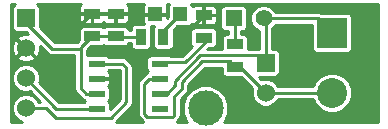
<source format=gtl>
G04 (created by PCBNEW (2013-07-07 BZR 4022)-stable) date 25/02/2014 10:24:33*
%MOIN*%
G04 Gerber Fmt 3.4, Leading zero omitted, Abs format*
%FSLAX34Y34*%
G01*
G70*
G90*
G04 APERTURE LIST*
%ADD10C,0.00590551*%
%ADD11R,0.055X0.035*%
%ADD12R,0.035X0.055*%
%ADD13R,0.06X0.06*%
%ADD14C,0.06*%
%ADD15R,0.0551X0.0236*%
%ADD16C,0.11811*%
%ADD17R,0.0472X0.0472*%
%ADD18R,0.055X0.055*%
%ADD19C,0.055*%
%ADD20R,0.1X0.1*%
%ADD21C,0.1*%
%ADD22C,0.035*%
%ADD23C,0.01*%
%ADD24C,0.00984252*%
G04 APERTURE END LIST*
G54D10*
G54D11*
X56740Y-70525D03*
X56740Y-71275D03*
X55960Y-71275D03*
X55960Y-70525D03*
G54D12*
X58335Y-71300D03*
X57585Y-71300D03*
G54D11*
X59675Y-71325D03*
X59675Y-70575D03*
G54D13*
X53750Y-70675D03*
G54D14*
X53750Y-71675D03*
X53750Y-72675D03*
X53750Y-73675D03*
G54D13*
X61740Y-72160D03*
G54D14*
X61740Y-73160D03*
G54D15*
X58210Y-72190D03*
X56110Y-72190D03*
X58210Y-72690D03*
X58210Y-73190D03*
X58210Y-73690D03*
X56110Y-72690D03*
X56110Y-73190D03*
X56110Y-73690D03*
G54D11*
X60720Y-71545D03*
X60720Y-72295D03*
G54D16*
X59740Y-73680D03*
G54D17*
X58888Y-70550D03*
X58062Y-70550D03*
G54D18*
X60675Y-70675D03*
G54D19*
X61675Y-70675D03*
G54D20*
X63960Y-71160D03*
G54D21*
X63960Y-73160D03*
G54D22*
X58940Y-71320D03*
X55260Y-71200D03*
X56780Y-72660D03*
G54D23*
X57585Y-71300D02*
X56765Y-71300D01*
X56765Y-71300D02*
X56740Y-71275D01*
X55960Y-71275D02*
X56740Y-71275D01*
X55580Y-71700D02*
X55580Y-71655D01*
X55580Y-71655D02*
X55960Y-71275D01*
X56110Y-73190D02*
X55750Y-73190D01*
X55580Y-73020D02*
X55580Y-71700D01*
X55750Y-73190D02*
X55580Y-73020D01*
X53750Y-70675D02*
X53750Y-70825D01*
X54625Y-71700D02*
X55580Y-71700D01*
X53750Y-70825D02*
X54625Y-71700D01*
X58940Y-72880D02*
X58940Y-72800D01*
X58700Y-73280D02*
X58940Y-73040D01*
X58940Y-73040D02*
X58940Y-72880D01*
X58210Y-72690D02*
X57870Y-72690D01*
X57700Y-72860D02*
X57870Y-72690D01*
X57700Y-73860D02*
X57700Y-72860D01*
X57800Y-73960D02*
X57700Y-73860D01*
X58640Y-73960D02*
X57800Y-73960D01*
X58700Y-73900D02*
X58640Y-73960D01*
X58700Y-73900D02*
X58700Y-73280D01*
X60545Y-72120D02*
X60720Y-72295D01*
X59620Y-72120D02*
X60545Y-72120D01*
X58940Y-72800D02*
X59620Y-72120D01*
X60720Y-72295D02*
X60875Y-72295D01*
X60875Y-72295D02*
X61740Y-73160D01*
X61740Y-73160D02*
X63940Y-73160D01*
X63940Y-73160D02*
X63950Y-73150D01*
X58210Y-73190D02*
X58450Y-73190D01*
X61500Y-71920D02*
X61740Y-72160D01*
X59560Y-71920D02*
X61500Y-71920D01*
X58720Y-72760D02*
X59560Y-71920D01*
X58720Y-72920D02*
X58720Y-72760D01*
X58450Y-73190D02*
X58720Y-72920D01*
X61675Y-70675D02*
X63475Y-70675D01*
X63475Y-70675D02*
X63950Y-71150D01*
X61740Y-72160D02*
X61740Y-70740D01*
X61740Y-70740D02*
X61675Y-70675D01*
X56110Y-73690D02*
X54765Y-73690D01*
X54765Y-73690D02*
X53750Y-72675D01*
X53750Y-73675D02*
X54435Y-73675D01*
X56970Y-72190D02*
X56110Y-72190D01*
X57100Y-72320D02*
X56970Y-72190D01*
X57100Y-73480D02*
X57100Y-72320D01*
X56580Y-74000D02*
X57100Y-73480D01*
X54760Y-74000D02*
X56580Y-74000D01*
X54435Y-73675D02*
X54760Y-74000D01*
X59675Y-70575D02*
X59675Y-70585D01*
X59675Y-70585D02*
X58940Y-71320D01*
X55960Y-70525D02*
X55935Y-70525D01*
X55935Y-70525D02*
X55260Y-71200D01*
X56110Y-72690D02*
X56750Y-72690D01*
X56750Y-72690D02*
X56780Y-72660D01*
X56475Y-70500D02*
X56450Y-70500D01*
X56450Y-70500D02*
X57225Y-70500D01*
X57225Y-70500D02*
X57275Y-70550D01*
X57275Y-70550D02*
X57275Y-70525D01*
X57275Y-70525D02*
X57275Y-70550D01*
X57275Y-70550D02*
X58037Y-70550D01*
X58335Y-71300D02*
X58335Y-71103D01*
X58335Y-71103D02*
X58888Y-70550D01*
X60720Y-71545D02*
X60720Y-70720D01*
X60720Y-70720D02*
X60675Y-70675D01*
X60650Y-70675D02*
X60675Y-70675D01*
X58640Y-72150D02*
X58250Y-72150D01*
X58250Y-72150D02*
X58210Y-72190D01*
X58625Y-72150D02*
X58640Y-72150D01*
X58640Y-72150D02*
X59050Y-72150D01*
X59875Y-71325D02*
X59875Y-71325D01*
X59050Y-72150D02*
X59875Y-71325D01*
X59675Y-71350D02*
X59650Y-71350D01*
G54D10*
G36*
X55729Y-73440D02*
X55697Y-73472D01*
X54855Y-73472D01*
X54197Y-72815D01*
X54217Y-72768D01*
X54217Y-72582D01*
X54146Y-72410D01*
X54050Y-72314D01*
X54050Y-71989D01*
X53750Y-71688D01*
X53736Y-71702D01*
X53736Y-71675D01*
X53435Y-71374D01*
X53358Y-71402D01*
X53284Y-71573D01*
X53281Y-71759D01*
X53348Y-71932D01*
X53358Y-71947D01*
X53435Y-71975D01*
X53736Y-71675D01*
X53736Y-71702D01*
X53449Y-71989D01*
X53477Y-72066D01*
X53648Y-72140D01*
X53834Y-72143D01*
X54007Y-72076D01*
X54022Y-72066D01*
X54050Y-71989D01*
X54050Y-72314D01*
X54015Y-72279D01*
X53843Y-72207D01*
X53657Y-72207D01*
X53485Y-72278D01*
X53354Y-72409D01*
X53282Y-72581D01*
X53282Y-72767D01*
X53353Y-72939D01*
X53484Y-73070D01*
X53656Y-73142D01*
X53842Y-73142D01*
X53890Y-73122D01*
X54225Y-73457D01*
X54165Y-73457D01*
X54146Y-73410D01*
X54015Y-73279D01*
X53843Y-73207D01*
X53657Y-73207D01*
X53485Y-73278D01*
X53354Y-73409D01*
X53282Y-73581D01*
X53282Y-73767D01*
X53353Y-73939D01*
X53484Y-74070D01*
X53622Y-74128D01*
X53246Y-74128D01*
X53246Y-70221D01*
X53382Y-70221D01*
X53355Y-70233D01*
X53308Y-70280D01*
X53282Y-70341D01*
X53282Y-70408D01*
X53282Y-71008D01*
X53308Y-71069D01*
X53355Y-71116D01*
X53416Y-71142D01*
X53483Y-71142D01*
X53760Y-71142D01*
X53826Y-71209D01*
X53665Y-71206D01*
X53492Y-71273D01*
X53477Y-71283D01*
X53449Y-71360D01*
X53750Y-71661D01*
X53755Y-71655D01*
X53769Y-71669D01*
X53763Y-71675D01*
X54064Y-71975D01*
X54141Y-71947D01*
X54215Y-71776D01*
X54218Y-71601D01*
X54471Y-71853D01*
X54471Y-71853D01*
X54541Y-71900D01*
X54541Y-71900D01*
X54625Y-71917D01*
X55362Y-71917D01*
X55362Y-73020D01*
X55379Y-73103D01*
X55426Y-73173D01*
X55596Y-73343D01*
X55666Y-73390D01*
X55666Y-73390D01*
X55689Y-73395D01*
X55692Y-73402D01*
X55729Y-73440D01*
X55729Y-73440D01*
G37*
G54D24*
X55729Y-73440D02*
X55697Y-73472D01*
X54855Y-73472D01*
X54197Y-72815D01*
X54217Y-72768D01*
X54217Y-72582D01*
X54146Y-72410D01*
X54050Y-72314D01*
X54050Y-71989D01*
X53750Y-71688D01*
X53736Y-71702D01*
X53736Y-71675D01*
X53435Y-71374D01*
X53358Y-71402D01*
X53284Y-71573D01*
X53281Y-71759D01*
X53348Y-71932D01*
X53358Y-71947D01*
X53435Y-71975D01*
X53736Y-71675D01*
X53736Y-71702D01*
X53449Y-71989D01*
X53477Y-72066D01*
X53648Y-72140D01*
X53834Y-72143D01*
X54007Y-72076D01*
X54022Y-72066D01*
X54050Y-71989D01*
X54050Y-72314D01*
X54015Y-72279D01*
X53843Y-72207D01*
X53657Y-72207D01*
X53485Y-72278D01*
X53354Y-72409D01*
X53282Y-72581D01*
X53282Y-72767D01*
X53353Y-72939D01*
X53484Y-73070D01*
X53656Y-73142D01*
X53842Y-73142D01*
X53890Y-73122D01*
X54225Y-73457D01*
X54165Y-73457D01*
X54146Y-73410D01*
X54015Y-73279D01*
X53843Y-73207D01*
X53657Y-73207D01*
X53485Y-73278D01*
X53354Y-73409D01*
X53282Y-73581D01*
X53282Y-73767D01*
X53353Y-73939D01*
X53484Y-74070D01*
X53622Y-74128D01*
X53246Y-74128D01*
X53246Y-70221D01*
X53382Y-70221D01*
X53355Y-70233D01*
X53308Y-70280D01*
X53282Y-70341D01*
X53282Y-70408D01*
X53282Y-71008D01*
X53308Y-71069D01*
X53355Y-71116D01*
X53416Y-71142D01*
X53483Y-71142D01*
X53760Y-71142D01*
X53826Y-71209D01*
X53665Y-71206D01*
X53492Y-71273D01*
X53477Y-71283D01*
X53449Y-71360D01*
X53750Y-71661D01*
X53755Y-71655D01*
X53769Y-71669D01*
X53763Y-71675D01*
X54064Y-71975D01*
X54141Y-71947D01*
X54215Y-71776D01*
X54218Y-71601D01*
X54471Y-71853D01*
X54471Y-71853D01*
X54541Y-71900D01*
X54541Y-71900D01*
X54625Y-71917D01*
X55362Y-71917D01*
X55362Y-73020D01*
X55379Y-73103D01*
X55426Y-73173D01*
X55596Y-73343D01*
X55666Y-73390D01*
X55666Y-73390D01*
X55689Y-73395D01*
X55692Y-73402D01*
X55729Y-73440D01*
G54D10*
G36*
X56882Y-73389D02*
X56552Y-73719D01*
X56552Y-73538D01*
X56527Y-73477D01*
X56490Y-73439D01*
X56527Y-73402D01*
X56552Y-73341D01*
X56552Y-73274D01*
X56552Y-73038D01*
X56527Y-72977D01*
X56490Y-72940D01*
X56527Y-72902D01*
X56552Y-72841D01*
X56552Y-72741D01*
X56510Y-72699D01*
X56119Y-72699D01*
X56119Y-72707D01*
X56100Y-72707D01*
X56100Y-72699D01*
X56092Y-72699D01*
X56092Y-72680D01*
X56100Y-72680D01*
X56100Y-72672D01*
X56119Y-72672D01*
X56119Y-72680D01*
X56510Y-72680D01*
X56552Y-72638D01*
X56552Y-72538D01*
X56527Y-72477D01*
X56490Y-72439D01*
X56522Y-72407D01*
X56879Y-72407D01*
X56882Y-72410D01*
X56882Y-73389D01*
X56882Y-73389D01*
G37*
G54D24*
X56882Y-73389D02*
X56552Y-73719D01*
X56552Y-73538D01*
X56527Y-73477D01*
X56490Y-73439D01*
X56527Y-73402D01*
X56552Y-73341D01*
X56552Y-73274D01*
X56552Y-73038D01*
X56527Y-72977D01*
X56490Y-72940D01*
X56527Y-72902D01*
X56552Y-72841D01*
X56552Y-72741D01*
X56510Y-72699D01*
X56119Y-72699D01*
X56119Y-72707D01*
X56100Y-72707D01*
X56100Y-72699D01*
X56092Y-72699D01*
X56092Y-72680D01*
X56100Y-72680D01*
X56100Y-72672D01*
X56119Y-72672D01*
X56119Y-72680D01*
X56510Y-72680D01*
X56552Y-72638D01*
X56552Y-72538D01*
X56527Y-72477D01*
X56490Y-72439D01*
X56522Y-72407D01*
X56879Y-72407D01*
X56882Y-72410D01*
X56882Y-73389D01*
G54D10*
G36*
X58509Y-70221D02*
X58484Y-70280D01*
X58484Y-70347D01*
X58484Y-70646D01*
X58465Y-70665D01*
X58465Y-70601D01*
X58423Y-70559D01*
X58071Y-70559D01*
X58071Y-70567D01*
X58052Y-70567D01*
X58052Y-70559D01*
X57700Y-70559D01*
X57658Y-70601D01*
X57658Y-70752D01*
X57658Y-70819D01*
X57674Y-70857D01*
X57376Y-70857D01*
X57315Y-70883D01*
X57268Y-70930D01*
X57242Y-70991D01*
X57242Y-71058D01*
X57242Y-71082D01*
X57182Y-71082D01*
X57182Y-71066D01*
X57182Y-70733D01*
X57182Y-70576D01*
X57140Y-70534D01*
X56749Y-70534D01*
X56749Y-70825D01*
X56791Y-70867D01*
X56981Y-70867D01*
X57048Y-70867D01*
X57109Y-70841D01*
X57156Y-70794D01*
X57182Y-70733D01*
X57182Y-71066D01*
X57156Y-71005D01*
X57109Y-70958D01*
X57048Y-70932D01*
X56981Y-70932D01*
X56730Y-70932D01*
X56730Y-70825D01*
X56730Y-70534D01*
X56360Y-70534D01*
X56339Y-70534D01*
X55969Y-70534D01*
X55969Y-70825D01*
X56011Y-70867D01*
X56201Y-70867D01*
X56268Y-70867D01*
X56329Y-70841D01*
X56350Y-70821D01*
X56370Y-70841D01*
X56431Y-70867D01*
X56498Y-70867D01*
X56688Y-70867D01*
X56730Y-70825D01*
X56730Y-70932D01*
X56431Y-70932D01*
X56370Y-70958D01*
X56350Y-70978D01*
X56329Y-70958D01*
X56268Y-70932D01*
X56201Y-70932D01*
X55950Y-70932D01*
X55950Y-70825D01*
X55950Y-70534D01*
X55559Y-70534D01*
X55517Y-70576D01*
X55517Y-70733D01*
X55543Y-70794D01*
X55590Y-70841D01*
X55651Y-70867D01*
X55718Y-70867D01*
X55908Y-70867D01*
X55950Y-70825D01*
X55950Y-70932D01*
X55651Y-70932D01*
X55590Y-70958D01*
X55543Y-71005D01*
X55517Y-71066D01*
X55517Y-71133D01*
X55517Y-71410D01*
X55444Y-71482D01*
X54715Y-71482D01*
X54217Y-70984D01*
X54217Y-70941D01*
X54217Y-70341D01*
X54191Y-70280D01*
X54144Y-70233D01*
X54117Y-70221D01*
X55576Y-70221D01*
X55543Y-70255D01*
X55517Y-70316D01*
X55517Y-70473D01*
X55559Y-70515D01*
X55950Y-70515D01*
X55950Y-70507D01*
X55969Y-70507D01*
X55969Y-70515D01*
X56339Y-70515D01*
X56360Y-70515D01*
X56730Y-70515D01*
X56730Y-70507D01*
X56749Y-70507D01*
X56749Y-70515D01*
X57140Y-70515D01*
X57182Y-70473D01*
X57182Y-70316D01*
X57156Y-70255D01*
X57123Y-70221D01*
X57683Y-70221D01*
X57658Y-70280D01*
X57658Y-70347D01*
X57658Y-70498D01*
X57700Y-70540D01*
X58052Y-70540D01*
X58052Y-70532D01*
X58071Y-70532D01*
X58071Y-70540D01*
X58423Y-70540D01*
X58465Y-70498D01*
X58465Y-70347D01*
X58465Y-70280D01*
X58440Y-70221D01*
X58509Y-70221D01*
X58509Y-70221D01*
G37*
G54D24*
X58509Y-70221D02*
X58484Y-70280D01*
X58484Y-70347D01*
X58484Y-70646D01*
X58465Y-70665D01*
X58465Y-70601D01*
X58423Y-70559D01*
X58071Y-70559D01*
X58071Y-70567D01*
X58052Y-70567D01*
X58052Y-70559D01*
X57700Y-70559D01*
X57658Y-70601D01*
X57658Y-70752D01*
X57658Y-70819D01*
X57674Y-70857D01*
X57376Y-70857D01*
X57315Y-70883D01*
X57268Y-70930D01*
X57242Y-70991D01*
X57242Y-71058D01*
X57242Y-71082D01*
X57182Y-71082D01*
X57182Y-71066D01*
X57182Y-70733D01*
X57182Y-70576D01*
X57140Y-70534D01*
X56749Y-70534D01*
X56749Y-70825D01*
X56791Y-70867D01*
X56981Y-70867D01*
X57048Y-70867D01*
X57109Y-70841D01*
X57156Y-70794D01*
X57182Y-70733D01*
X57182Y-71066D01*
X57156Y-71005D01*
X57109Y-70958D01*
X57048Y-70932D01*
X56981Y-70932D01*
X56730Y-70932D01*
X56730Y-70825D01*
X56730Y-70534D01*
X56360Y-70534D01*
X56339Y-70534D01*
X55969Y-70534D01*
X55969Y-70825D01*
X56011Y-70867D01*
X56201Y-70867D01*
X56268Y-70867D01*
X56329Y-70841D01*
X56350Y-70821D01*
X56370Y-70841D01*
X56431Y-70867D01*
X56498Y-70867D01*
X56688Y-70867D01*
X56730Y-70825D01*
X56730Y-70932D01*
X56431Y-70932D01*
X56370Y-70958D01*
X56350Y-70978D01*
X56329Y-70958D01*
X56268Y-70932D01*
X56201Y-70932D01*
X55950Y-70932D01*
X55950Y-70825D01*
X55950Y-70534D01*
X55559Y-70534D01*
X55517Y-70576D01*
X55517Y-70733D01*
X55543Y-70794D01*
X55590Y-70841D01*
X55651Y-70867D01*
X55718Y-70867D01*
X55908Y-70867D01*
X55950Y-70825D01*
X55950Y-70932D01*
X55651Y-70932D01*
X55590Y-70958D01*
X55543Y-71005D01*
X55517Y-71066D01*
X55517Y-71133D01*
X55517Y-71410D01*
X55444Y-71482D01*
X54715Y-71482D01*
X54217Y-70984D01*
X54217Y-70941D01*
X54217Y-70341D01*
X54191Y-70280D01*
X54144Y-70233D01*
X54117Y-70221D01*
X55576Y-70221D01*
X55543Y-70255D01*
X55517Y-70316D01*
X55517Y-70473D01*
X55559Y-70515D01*
X55950Y-70515D01*
X55950Y-70507D01*
X55969Y-70507D01*
X55969Y-70515D01*
X56339Y-70515D01*
X56360Y-70515D01*
X56730Y-70515D01*
X56730Y-70507D01*
X56749Y-70507D01*
X56749Y-70515D01*
X57140Y-70515D01*
X57182Y-70473D01*
X57182Y-70316D01*
X57156Y-70255D01*
X57123Y-70221D01*
X57683Y-70221D01*
X57658Y-70280D01*
X57658Y-70347D01*
X57658Y-70498D01*
X57700Y-70540D01*
X58052Y-70540D01*
X58052Y-70532D01*
X58071Y-70532D01*
X58071Y-70540D01*
X58423Y-70540D01*
X58465Y-70498D01*
X58465Y-70347D01*
X58465Y-70280D01*
X58440Y-70221D01*
X58509Y-70221D01*
G54D10*
G36*
X65478Y-74128D02*
X60363Y-74128D01*
X60382Y-74109D01*
X60497Y-73831D01*
X60498Y-73529D01*
X60382Y-73251D01*
X60169Y-73037D01*
X59891Y-72922D01*
X59589Y-72921D01*
X59311Y-73037D01*
X59097Y-73250D01*
X58982Y-73528D01*
X58981Y-73830D01*
X59097Y-74108D01*
X59116Y-74128D01*
X58772Y-74128D01*
X58793Y-74113D01*
X58853Y-74053D01*
X58900Y-73983D01*
X58900Y-73983D01*
X58917Y-73900D01*
X58917Y-73370D01*
X59093Y-73193D01*
X59140Y-73123D01*
X59140Y-73123D01*
X59157Y-73040D01*
X59157Y-72890D01*
X59710Y-72337D01*
X60277Y-72337D01*
X60277Y-72503D01*
X60303Y-72564D01*
X60350Y-72611D01*
X60411Y-72637D01*
X60478Y-72637D01*
X60910Y-72637D01*
X61292Y-73019D01*
X61272Y-73066D01*
X61272Y-73252D01*
X61343Y-73424D01*
X61474Y-73555D01*
X61646Y-73627D01*
X61832Y-73627D01*
X62004Y-73556D01*
X62135Y-73425D01*
X62155Y-73377D01*
X63327Y-73377D01*
X63393Y-73537D01*
X63581Y-73725D01*
X63826Y-73827D01*
X64092Y-73827D01*
X64337Y-73726D01*
X64525Y-73538D01*
X64627Y-73293D01*
X64627Y-73027D01*
X64526Y-72782D01*
X64338Y-72594D01*
X64093Y-72492D01*
X63827Y-72492D01*
X63582Y-72593D01*
X63394Y-72781D01*
X63327Y-72942D01*
X62155Y-72942D01*
X62136Y-72895D01*
X62005Y-72764D01*
X61833Y-72692D01*
X61647Y-72692D01*
X61599Y-72712D01*
X61514Y-72627D01*
X62073Y-72627D01*
X62134Y-72601D01*
X62181Y-72554D01*
X62207Y-72493D01*
X62207Y-72426D01*
X62207Y-71826D01*
X62181Y-71765D01*
X62134Y-71718D01*
X62073Y-71692D01*
X62006Y-71692D01*
X61957Y-71692D01*
X61957Y-71018D01*
X62049Y-70925D01*
X62063Y-70892D01*
X63292Y-70892D01*
X63292Y-71693D01*
X63318Y-71754D01*
X63365Y-71801D01*
X63426Y-71827D01*
X63493Y-71827D01*
X64493Y-71827D01*
X64554Y-71801D01*
X64601Y-71754D01*
X64627Y-71693D01*
X64627Y-71626D01*
X64627Y-70626D01*
X64601Y-70565D01*
X64554Y-70518D01*
X64493Y-70492D01*
X64426Y-70492D01*
X63585Y-70492D01*
X63558Y-70474D01*
X63475Y-70457D01*
X62063Y-70457D01*
X62050Y-70424D01*
X61925Y-70300D01*
X61763Y-70232D01*
X61587Y-70232D01*
X61424Y-70299D01*
X61300Y-70424D01*
X61232Y-70586D01*
X61232Y-70762D01*
X61299Y-70925D01*
X61424Y-71049D01*
X61522Y-71090D01*
X61522Y-71692D01*
X61406Y-71692D01*
X61382Y-71702D01*
X61162Y-71702D01*
X61162Y-71686D01*
X61162Y-71336D01*
X61136Y-71275D01*
X61089Y-71228D01*
X61028Y-71202D01*
X60961Y-71202D01*
X60937Y-71202D01*
X60937Y-71117D01*
X60983Y-71117D01*
X61044Y-71091D01*
X61091Y-71044D01*
X61117Y-70983D01*
X61117Y-70916D01*
X61117Y-70366D01*
X61091Y-70305D01*
X61044Y-70258D01*
X60983Y-70232D01*
X60916Y-70232D01*
X60366Y-70232D01*
X60305Y-70258D01*
X60258Y-70305D01*
X60232Y-70366D01*
X60232Y-70433D01*
X60232Y-70983D01*
X60258Y-71044D01*
X60305Y-71091D01*
X60366Y-71117D01*
X60433Y-71117D01*
X60502Y-71117D01*
X60502Y-71202D01*
X60411Y-71202D01*
X60350Y-71228D01*
X60303Y-71275D01*
X60277Y-71336D01*
X60277Y-71403D01*
X60277Y-71702D01*
X59804Y-71702D01*
X59839Y-71667D01*
X59983Y-71667D01*
X60044Y-71641D01*
X60091Y-71594D01*
X60117Y-71533D01*
X60117Y-71466D01*
X60117Y-71116D01*
X60117Y-70783D01*
X60117Y-70366D01*
X60091Y-70305D01*
X60044Y-70258D01*
X59983Y-70232D01*
X59916Y-70232D01*
X59726Y-70232D01*
X59684Y-70274D01*
X59684Y-70565D01*
X60075Y-70565D01*
X60117Y-70523D01*
X60117Y-70366D01*
X60117Y-70783D01*
X60117Y-70626D01*
X60075Y-70584D01*
X59684Y-70584D01*
X59684Y-70875D01*
X59726Y-70917D01*
X59916Y-70917D01*
X59983Y-70917D01*
X60044Y-70891D01*
X60091Y-70844D01*
X60117Y-70783D01*
X60117Y-71116D01*
X60091Y-71055D01*
X60044Y-71008D01*
X59983Y-70982D01*
X59916Y-70982D01*
X59366Y-70982D01*
X59305Y-71008D01*
X59258Y-71055D01*
X59232Y-71116D01*
X59232Y-71183D01*
X59232Y-71533D01*
X59258Y-71594D01*
X59278Y-71614D01*
X58959Y-71932D01*
X58640Y-71932D01*
X58625Y-71932D01*
X58582Y-71932D01*
X58580Y-71930D01*
X58518Y-71904D01*
X58452Y-71904D01*
X57901Y-71904D01*
X57839Y-71930D01*
X57792Y-71977D01*
X57767Y-72038D01*
X57767Y-72105D01*
X57767Y-72341D01*
X57792Y-72402D01*
X57829Y-72440D01*
X57792Y-72477D01*
X57787Y-72489D01*
X57786Y-72489D01*
X57716Y-72536D01*
X57546Y-72706D01*
X57499Y-72776D01*
X57482Y-72860D01*
X57482Y-73860D01*
X57499Y-73943D01*
X57546Y-74013D01*
X57646Y-74113D01*
X57667Y-74128D01*
X56759Y-74128D01*
X57253Y-73633D01*
X57300Y-73563D01*
X57300Y-73563D01*
X57317Y-73480D01*
X57317Y-72320D01*
X57300Y-72236D01*
X57300Y-72236D01*
X57253Y-72166D01*
X57123Y-72036D01*
X57053Y-71989D01*
X56970Y-71972D01*
X56522Y-71972D01*
X56480Y-71930D01*
X56418Y-71904D01*
X56352Y-71904D01*
X55801Y-71904D01*
X55797Y-71906D01*
X55797Y-71745D01*
X55924Y-71617D01*
X56268Y-71617D01*
X56329Y-71591D01*
X56349Y-71571D01*
X56370Y-71591D01*
X56431Y-71617D01*
X56498Y-71617D01*
X57048Y-71617D01*
X57109Y-71591D01*
X57156Y-71544D01*
X57168Y-71517D01*
X57242Y-71517D01*
X57242Y-71608D01*
X57268Y-71669D01*
X57315Y-71716D01*
X57376Y-71742D01*
X57443Y-71742D01*
X57793Y-71742D01*
X57854Y-71716D01*
X57901Y-71669D01*
X57927Y-71608D01*
X57927Y-71541D01*
X57927Y-70991D01*
X57911Y-70953D01*
X58008Y-70953D01*
X57992Y-70991D01*
X57992Y-71058D01*
X57992Y-71608D01*
X58018Y-71669D01*
X58065Y-71716D01*
X58126Y-71742D01*
X58193Y-71742D01*
X58543Y-71742D01*
X58604Y-71716D01*
X58651Y-71669D01*
X58677Y-71608D01*
X58677Y-71541D01*
X58677Y-71067D01*
X58791Y-70953D01*
X59157Y-70953D01*
X59218Y-70927D01*
X59265Y-70880D01*
X59274Y-70860D01*
X59305Y-70891D01*
X59366Y-70917D01*
X59433Y-70917D01*
X59623Y-70917D01*
X59665Y-70875D01*
X59665Y-70584D01*
X59657Y-70584D01*
X59657Y-70565D01*
X59665Y-70565D01*
X59665Y-70274D01*
X59623Y-70232D01*
X59433Y-70232D01*
X59366Y-70232D01*
X59305Y-70258D01*
X59288Y-70274D01*
X59266Y-70221D01*
X65478Y-70221D01*
X65478Y-74128D01*
X65478Y-74128D01*
G37*
G54D24*
X65478Y-74128D02*
X60363Y-74128D01*
X60382Y-74109D01*
X60497Y-73831D01*
X60498Y-73529D01*
X60382Y-73251D01*
X60169Y-73037D01*
X59891Y-72922D01*
X59589Y-72921D01*
X59311Y-73037D01*
X59097Y-73250D01*
X58982Y-73528D01*
X58981Y-73830D01*
X59097Y-74108D01*
X59116Y-74128D01*
X58772Y-74128D01*
X58793Y-74113D01*
X58853Y-74053D01*
X58900Y-73983D01*
X58900Y-73983D01*
X58917Y-73900D01*
X58917Y-73370D01*
X59093Y-73193D01*
X59140Y-73123D01*
X59140Y-73123D01*
X59157Y-73040D01*
X59157Y-72890D01*
X59710Y-72337D01*
X60277Y-72337D01*
X60277Y-72503D01*
X60303Y-72564D01*
X60350Y-72611D01*
X60411Y-72637D01*
X60478Y-72637D01*
X60910Y-72637D01*
X61292Y-73019D01*
X61272Y-73066D01*
X61272Y-73252D01*
X61343Y-73424D01*
X61474Y-73555D01*
X61646Y-73627D01*
X61832Y-73627D01*
X62004Y-73556D01*
X62135Y-73425D01*
X62155Y-73377D01*
X63327Y-73377D01*
X63393Y-73537D01*
X63581Y-73725D01*
X63826Y-73827D01*
X64092Y-73827D01*
X64337Y-73726D01*
X64525Y-73538D01*
X64627Y-73293D01*
X64627Y-73027D01*
X64526Y-72782D01*
X64338Y-72594D01*
X64093Y-72492D01*
X63827Y-72492D01*
X63582Y-72593D01*
X63394Y-72781D01*
X63327Y-72942D01*
X62155Y-72942D01*
X62136Y-72895D01*
X62005Y-72764D01*
X61833Y-72692D01*
X61647Y-72692D01*
X61599Y-72712D01*
X61514Y-72627D01*
X62073Y-72627D01*
X62134Y-72601D01*
X62181Y-72554D01*
X62207Y-72493D01*
X62207Y-72426D01*
X62207Y-71826D01*
X62181Y-71765D01*
X62134Y-71718D01*
X62073Y-71692D01*
X62006Y-71692D01*
X61957Y-71692D01*
X61957Y-71018D01*
X62049Y-70925D01*
X62063Y-70892D01*
X63292Y-70892D01*
X63292Y-71693D01*
X63318Y-71754D01*
X63365Y-71801D01*
X63426Y-71827D01*
X63493Y-71827D01*
X64493Y-71827D01*
X64554Y-71801D01*
X64601Y-71754D01*
X64627Y-71693D01*
X64627Y-71626D01*
X64627Y-70626D01*
X64601Y-70565D01*
X64554Y-70518D01*
X64493Y-70492D01*
X64426Y-70492D01*
X63585Y-70492D01*
X63558Y-70474D01*
X63475Y-70457D01*
X62063Y-70457D01*
X62050Y-70424D01*
X61925Y-70300D01*
X61763Y-70232D01*
X61587Y-70232D01*
X61424Y-70299D01*
X61300Y-70424D01*
X61232Y-70586D01*
X61232Y-70762D01*
X61299Y-70925D01*
X61424Y-71049D01*
X61522Y-71090D01*
X61522Y-71692D01*
X61406Y-71692D01*
X61382Y-71702D01*
X61162Y-71702D01*
X61162Y-71686D01*
X61162Y-71336D01*
X61136Y-71275D01*
X61089Y-71228D01*
X61028Y-71202D01*
X60961Y-71202D01*
X60937Y-71202D01*
X60937Y-71117D01*
X60983Y-71117D01*
X61044Y-71091D01*
X61091Y-71044D01*
X61117Y-70983D01*
X61117Y-70916D01*
X61117Y-70366D01*
X61091Y-70305D01*
X61044Y-70258D01*
X60983Y-70232D01*
X60916Y-70232D01*
X60366Y-70232D01*
X60305Y-70258D01*
X60258Y-70305D01*
X60232Y-70366D01*
X60232Y-70433D01*
X60232Y-70983D01*
X60258Y-71044D01*
X60305Y-71091D01*
X60366Y-71117D01*
X60433Y-71117D01*
X60502Y-71117D01*
X60502Y-71202D01*
X60411Y-71202D01*
X60350Y-71228D01*
X60303Y-71275D01*
X60277Y-71336D01*
X60277Y-71403D01*
X60277Y-71702D01*
X59804Y-71702D01*
X59839Y-71667D01*
X59983Y-71667D01*
X60044Y-71641D01*
X60091Y-71594D01*
X60117Y-71533D01*
X60117Y-71466D01*
X60117Y-71116D01*
X60117Y-70783D01*
X60117Y-70366D01*
X60091Y-70305D01*
X60044Y-70258D01*
X59983Y-70232D01*
X59916Y-70232D01*
X59726Y-70232D01*
X59684Y-70274D01*
X59684Y-70565D01*
X60075Y-70565D01*
X60117Y-70523D01*
X60117Y-70366D01*
X60117Y-70783D01*
X60117Y-70626D01*
X60075Y-70584D01*
X59684Y-70584D01*
X59684Y-70875D01*
X59726Y-70917D01*
X59916Y-70917D01*
X59983Y-70917D01*
X60044Y-70891D01*
X60091Y-70844D01*
X60117Y-70783D01*
X60117Y-71116D01*
X60091Y-71055D01*
X60044Y-71008D01*
X59983Y-70982D01*
X59916Y-70982D01*
X59366Y-70982D01*
X59305Y-71008D01*
X59258Y-71055D01*
X59232Y-71116D01*
X59232Y-71183D01*
X59232Y-71533D01*
X59258Y-71594D01*
X59278Y-71614D01*
X58959Y-71932D01*
X58640Y-71932D01*
X58625Y-71932D01*
X58582Y-71932D01*
X58580Y-71930D01*
X58518Y-71904D01*
X58452Y-71904D01*
X57901Y-71904D01*
X57839Y-71930D01*
X57792Y-71977D01*
X57767Y-72038D01*
X57767Y-72105D01*
X57767Y-72341D01*
X57792Y-72402D01*
X57829Y-72440D01*
X57792Y-72477D01*
X57787Y-72489D01*
X57786Y-72489D01*
X57716Y-72536D01*
X57546Y-72706D01*
X57499Y-72776D01*
X57482Y-72860D01*
X57482Y-73860D01*
X57499Y-73943D01*
X57546Y-74013D01*
X57646Y-74113D01*
X57667Y-74128D01*
X56759Y-74128D01*
X57253Y-73633D01*
X57300Y-73563D01*
X57300Y-73563D01*
X57317Y-73480D01*
X57317Y-72320D01*
X57300Y-72236D01*
X57300Y-72236D01*
X57253Y-72166D01*
X57123Y-72036D01*
X57053Y-71989D01*
X56970Y-71972D01*
X56522Y-71972D01*
X56480Y-71930D01*
X56418Y-71904D01*
X56352Y-71904D01*
X55801Y-71904D01*
X55797Y-71906D01*
X55797Y-71745D01*
X55924Y-71617D01*
X56268Y-71617D01*
X56329Y-71591D01*
X56349Y-71571D01*
X56370Y-71591D01*
X56431Y-71617D01*
X56498Y-71617D01*
X57048Y-71617D01*
X57109Y-71591D01*
X57156Y-71544D01*
X57168Y-71517D01*
X57242Y-71517D01*
X57242Y-71608D01*
X57268Y-71669D01*
X57315Y-71716D01*
X57376Y-71742D01*
X57443Y-71742D01*
X57793Y-71742D01*
X57854Y-71716D01*
X57901Y-71669D01*
X57927Y-71608D01*
X57927Y-71541D01*
X57927Y-70991D01*
X57911Y-70953D01*
X58008Y-70953D01*
X57992Y-70991D01*
X57992Y-71058D01*
X57992Y-71608D01*
X58018Y-71669D01*
X58065Y-71716D01*
X58126Y-71742D01*
X58193Y-71742D01*
X58543Y-71742D01*
X58604Y-71716D01*
X58651Y-71669D01*
X58677Y-71608D01*
X58677Y-71541D01*
X58677Y-71067D01*
X58791Y-70953D01*
X59157Y-70953D01*
X59218Y-70927D01*
X59265Y-70880D01*
X59274Y-70860D01*
X59305Y-70891D01*
X59366Y-70917D01*
X59433Y-70917D01*
X59623Y-70917D01*
X59665Y-70875D01*
X59665Y-70584D01*
X59657Y-70584D01*
X59657Y-70565D01*
X59665Y-70565D01*
X59665Y-70274D01*
X59623Y-70232D01*
X59433Y-70232D01*
X59366Y-70232D01*
X59305Y-70258D01*
X59288Y-70274D01*
X59266Y-70221D01*
X65478Y-70221D01*
X65478Y-74128D01*
M02*

</source>
